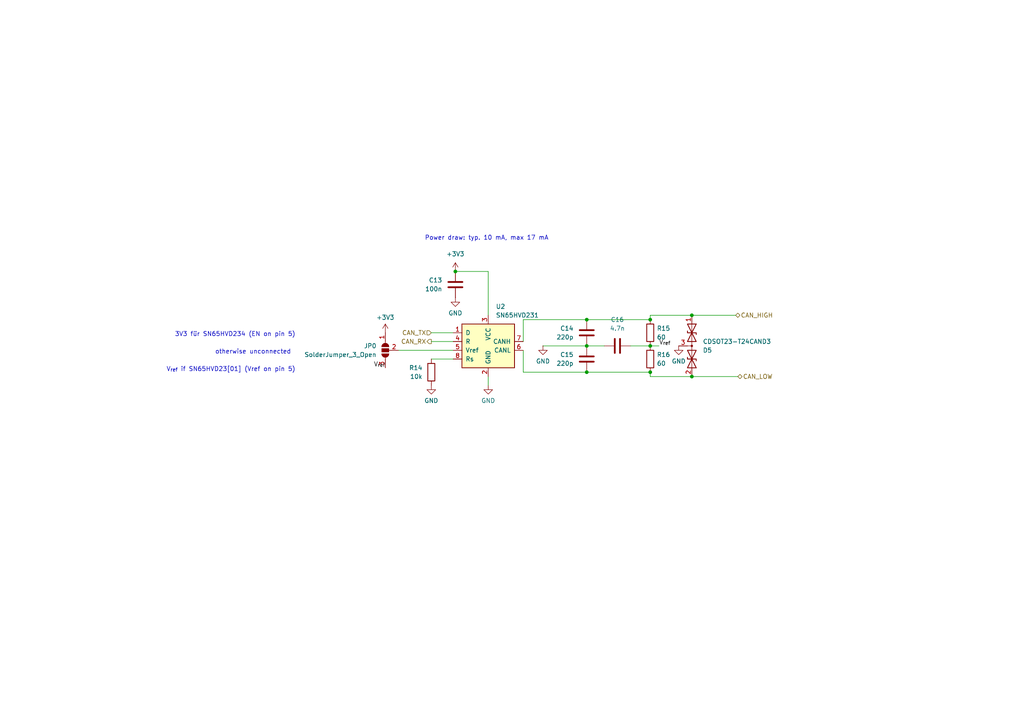
<source format=kicad_sch>
(kicad_sch (version 20231120) (generator "eeschema") (generator_version "8.0")
  (paper "A4")
  (lib_symbols
    (symbol "Device:C" (pin_numbers hide) (pin_names (offset 0.254))
      (property "Reference" "C" (at 0.635 2.54 0))
      (property "Value" "C" (at 0.635 -2.54 0))
      (symbol "C_0_1"
        (polyline (pts (xy -2.032 -0.762) (xy 2.032 -0.762)) (stroke (width 0.508)))
        (polyline (pts (xy -2.032 0.762) (xy 2.032 0.762)) (stroke (width 0.508)))
      )
      (symbol "C_1_1"
        (pin passive line (at 0 3.81 270) (length 2.794) (name "~") (number "1"))
        (pin passive line (at 0 -3.81 90) (length 2.794) (name "~") (number "2"))
      )
    )
    (symbol "Device:D_TVS_Dual_AAC" (pin_names (offset 1.016) hide)
      (property "Reference" "D" (at 0 4.445 0))
      (property "Value" "D_TVS_Dual_AAC" (at 0 2.54 0))
      (symbol "D_TVS_Dual_AAC_0_0"
        (polyline (pts (xy 0 -1.27) (xy 0 0)))
      )
      (symbol "D_TVS_Dual_AAC_0_1"
        (polyline (pts (xy -6.35 0) (xy 6.35 0)))
        (polyline (pts (xy -3.302 1.27) (xy -3.81 1.27) (xy -3.81 -1.27) (xy -4.318 -1.27)) (stroke (width 0.254)))
        (polyline (pts (xy 4.318 1.27) (xy 3.81 1.27) (xy 3.81 -1.27) (xy 3.302 -1.27)) (stroke (width 0.254)))
        (polyline (pts (xy -6.35 1.27) (xy -1.27 -1.27) (xy -1.27 1.27) (xy -6.35 -1.27) (xy -6.35 1.27)) (stroke (width 0.254)))
        (polyline (pts (xy 6.35 1.27) (xy 1.27 -1.27) (xy 1.27 1.27) (xy 6.35 -1.27) (xy 6.35 1.27)) (stroke (width 0.254)))
        (circle (center 0 0) (radius 0.254) (fill (type outline)))
      )
      (symbol "D_TVS_Dual_AAC_1_1"
        (pin passive line (at -8.89 0 0) (length 2.54) (name "A1") (number "1"))
        (pin passive line (at 8.89 0 180) (length 2.54) (name "A2") (number "2"))
        (pin passive line (at 0 -3.81 90) (length 2.54) (name "common") (number "3"))
      )
    )
    (symbol "Device:R" (pin_numbers hide) (pin_names (offset 0))
      (property "Reference" "R" (at 2.032 0 90))
      (property "Value" "R" (at 0 0 90))
      (symbol "R_0_1"
        (rectangle (start -1.016 -2.54) (end 1.016 2.54) (stroke (width 0.254)))
      )
      (symbol "R_1_1"
        (pin passive line (at 0 3.81 270) (length 1.27) (name "~") (number "1"))
        (pin passive line (at 0 -3.81 90) (length 1.27) (name "~") (number "2"))
      )
    )
    (symbol "Interface_CAN_LIN:SN65HVD231" (pin_names (offset 1.016))
      (property "Reference" "U" (at -2.54 10.16 0))
      (property "Value" "SN65HVD231" (at -2.54 7.62 0))
      (symbol "SN65HVD231_0_1"
        (rectangle (start -7.62 5.08) (end 7.62 -7.62) (stroke (width 0.254)) (fill (type background)))
      )
      (symbol "SN65HVD231_1_1"
        (pin input line (at -10.16 2.54 0) (length 2.54) (name "D") (number "1"))
        (pin power_in line (at 0 -10.16 90) (length 2.54) (name "GND") (number "2"))
        (pin power_in line (at 0 7.62 270) (length 2.54) (name "VCC") (number "3"))
        (pin output line (at -10.16 0 0) (length 2.54) (name "R") (number "4"))
        (pin output line (at -10.16 -2.54 0) (length 2.54) (name "Vref") (number "5"))
        (pin bidirectional line (at 10.16 -2.54 180) (length 2.54) (name "CANL") (number "6"))
        (pin bidirectional line (at 10.16 0 180) (length 2.54) (name "CANH") (number "7"))
        (pin input line (at -10.16 -5.08 0) (length 2.54) (name "Rs") (number "8"))
      )
    )
    (symbol "Jumper:SolderJumper_3_Open" (pin_names (offset 0) hide)
      (property "Reference" "JP" (at -2.54 -2.54 0))
      (property "Value" "SolderJumper_3_Open" (at 0 2.794 0))
      (symbol "SolderJumper_3_Open_0_1"
        (arc (start -1.016 1.016) (mid -2.0276 0) (end -1.016 -1.016))
        (arc (start -1.016 1.016) (mid -2.0276 0) (end -1.016 -1.016) (fill (type outline)))
        (rectangle (start -0.508 1.016) (end 0.508 -1.016) (fill (type outline)))
        (polyline (pts (xy -2.54 0) (xy -2.032 0)))
        (polyline (pts (xy -1.016 1.016) (xy -1.016 -1.016)))
        (polyline (pts (xy 0 -1.27) (xy 0 -1.016)))
        (polyline (pts (xy 1.016 1.016) (xy 1.016 -1.016)))
        (polyline (pts (xy 2.54 0) (xy 2.032 0)))
        (arc (start 1.016 -1.016) (mid 2.0276 0) (end 1.016 1.016))
        (arc (start 1.016 -1.016) (mid 2.0276 0) (end 1.016 1.016) (fill (type outline)))
      )
      (symbol "SolderJumper_3_Open_1_1"
        (pin passive line (at -5.08 0 0) (length 2.54) (name "A") (number "1"))
        (pin passive line (at 0 -3.81 90) (length 2.54) (name "C") (number "2"))
        (pin passive line (at 5.08 0 180) (length 2.54) (name "B") (number "3"))
      )
    )
    (symbol "power:+3V3" (power) (pin_numbers hide) (pin_names (offset 0) hide)
      (property "Value" "+3V3" (at 0 3.556 0))
      (symbol "+3V3_0_1"
        (polyline (pts (xy -0.762 1.27) (xy 0 2.54)))
        (polyline (pts (xy 0 0) (xy 0 2.54)))
        (polyline (pts (xy 0 2.54) (xy 0.762 1.27)))
      )
      (symbol "+3V3_1_1"
        (pin power_in line (at 0 0 90) (length 0) (name "~") (number "1"))
      )
    )
    (symbol "power:GND" (power) (pin_numbers hide) (pin_names (offset 0) hide)
      (property "Value" "GND" (at 0 -3.81 0))
      (symbol "GND_0_1"
        (polyline (pts (xy 0 0) (xy 0 -1.27) (xy 1.27 -1.27) (xy 0 -2.54) (xy -1.27 -1.27) (xy 0 -1.27)))
      )
      (symbol "GND_1_1"
        (pin power_in line (at 0 0 270) (length 0) (name "~") (number "1"))
      )
    )
  )
  (junction (at 132.08 78.74))
  (junction (at 170.18 100.33))
  (junction (at 188.595 100.33))
  (junction (at 170.18 92.71))
  (junction (at 200.66 109.22))
  (junction (at 188.595 92.71))
  (junction (at 170.18 107.95))
  (junction (at 200.66 91.44))
  (junction (at 188.595 107.95))
  (wire (pts (xy 213.36 91.44) (xy 200.66 91.44)))
  (wire (pts (xy 125.095 104.14) (xy 131.445 104.14)))
  (wire (pts (xy 141.605 111.76) (xy 141.605 109.22)))
  (wire (pts (xy 200.66 91.44) (xy 188.595 91.44)))
  (wire (pts (xy 151.765 99.06) (xy 151.765 92.71)))
  (wire (pts (xy 170.18 107.95) (xy 188.595 107.95)))
  (wire (pts (xy 151.765 101.6) (xy 151.765 107.95)))
  (wire (pts (xy 188.595 109.22) (xy 188.595 107.95)))
  (wire (pts (xy 125.095 99.06) (xy 131.445 99.06)))
  (wire (pts (xy 141.605 78.74) (xy 141.605 91.44)))
  (wire (pts (xy 125.095 96.52) (xy 131.445 96.52)))
  (wire (pts (xy 191.135 100.33) (xy 188.595 100.33)))
  (wire (pts (xy 213.995 109.22) (xy 200.66 109.22)))
  (wire (pts (xy 200.66 109.22) (xy 188.595 109.22)))
  (wire (pts (xy 151.765 107.95) (xy 170.18 107.95)))
  (wire (pts (xy 151.765 92.71) (xy 170.18 92.71)))
  (wire (pts (xy 170.18 100.33) (xy 157.48 100.33)))
  (wire (pts (xy 131.445 101.6) (xy 115.57 101.6)))
  (wire (pts (xy 175.26 100.33) (xy 170.18 100.33)))
  (wire (pts (xy 188.595 91.44) (xy 188.595 92.71)))
  (wire (pts (xy 141.605 78.74) (xy 132.08 78.74)))
  (wire (pts (xy 188.595 100.33) (xy 182.88 100.33)))
  (wire (pts (xy 188.595 92.71) (xy 170.18 92.71)))
  (text "3V3 für SN65HVD234 (EN on pin 5)" (at 85.725 97.79 0) (effects (font (size 1.27 1.27)) (justify right bottom)))
  (text "Power draw: typ. 10 mA, max 17 mA" (at 123.19 69.85 0) (effects (font (size 1.27 1.27)) (justify left bottom)))
  (text "V_{ref} if SN65HVD23[01] (Vref on pin 5)" (at 85.725 107.95 0) (effects (font (size 1.27 1.27)) (justify right bottom)))
  (text "otherwise unconnected" (at 84.455 102.87 0) (effects (font (size 1.27 1.27)) (justify right bottom)))
  (label "V_{ref}" (at 191.135 100.33 0))
  (label "V_{ref}" (at 111.76 106.68 180))
  (hierarchical_label "CAN_RX" (shape output) (at 125.095 99.06 180))
  (hierarchical_label "CAN_HIGH" (shape bidirectional) (at 213.36 91.44 0))
  (hierarchical_label "CAN_LOW" (shape bidirectional) (at 213.995 109.22 0))
  (hierarchical_label "CAN_TX" (shape input) (at 125.095 96.52 180))
  (symbol (lib_id "power:GND") (at 141.605 111.76 0) (unit 1)
    (property "Reference" "#PWR030" (effects (hide yes)))
    (property "Value" "GND" (at 141.605 116.205 0))
    (property "Description" "Power symbol creates a global label with name \"GND\" , ground" (effects (hide yes)))
  )
  (symbol (lib_id "power:GND") (at 157.48 100.33 0) (unit 1)
    (property "Reference" "#PWR031" (effects (hide yes)))
    (property "Value" "GND" (at 157.48 104.775 0))
    (property "Description" "Power symbol creates a global label with name \"GND\" , ground" (effects (hide yes)))
  )
  (symbol (lib_id "power:GND") (at 132.08 86.36 0) (unit 1)
    (property "Reference" "#PWR029" (effects (hide yes)))
    (property "Value" "GND" (at 132.08 90.805 0))
    (property "Description" "Power symbol creates a global label with name \"GND\" , ground" (effects (hide yes)))
  )
  (symbol (lib_id "Device:C") (at 132.08 82.55 0) (mirror y) (unit 1)
    (property "Reference" "C13" (at 128.27 81.2799 0) (effects (justify left)))
    (property "Value" "100n" (at 128.27 83.8199 0) (effects (justify left)))
    (property "Footprint" "Capacitor_SMD:C_0603_1608Metric" (effects (hide yes)))
    (property "Description" "Unpolarized capacitor" (effects (hide yes)))
    (instances (project "MVBMS" (path "" (reference "C13") (unit 1))) (project "Master_FT22" (path "" (reference "C801") (unit 1))))
  )
  (symbol (lib_id "Interface_CAN_LIN:SN65HVD231") (at 141.605 99.06 0) (unit 1)
    (property "Reference" "U2" (at 143.7991 88.9 0) (effects (justify left)))
    (property "Value" "SN65HVD231" (at 143.7991 91.44 0) (effects (justify left)))
    (property "Footprint" "Package_SO:SOIC-8_3.9x4.9mm_P1.27mm" (effects (hide yes)))
    (property "Datasheet" "http://www.ti.com/lit/ds/symlink/sn65hvd230.pdf" (effects (hide yes)))
    (property "Description" "CAN Bus Transceivers, 3.3V, 1Mbps,Ultra Low-Power capabilities, SOIC-8" (effects (hide yes)))
  )
  (symbol (lib_id "power:GND") (at 196.85 100.33 0) (unit 1)
    (property "Reference" "#PWR032" (effects (hide yes)))
    (property "Value" "GND" (at 196.85 104.775 0))
    (property "Description" "Power symbol creates a global label with name \"GND\" , ground" (effects (hide yes)))
  )
  (symbol (lib_id "Device:R") (at 188.595 96.52 0) (mirror y) (unit 1)
    (property "Reference" "R15" (at 190.5 95.25 0) (effects (justify right)))
    (property "Value" "60" (at 190.5 97.79 0) (effects (justify right)))
    (property "Footprint" "Resistor_SMD:R_0603_1608Metric" (effects (hide yes)))
    (property "Description" "Resistor" (effects (hide yes)))
  )
  (symbol (lib_id "Device:R") (at 188.595 104.14 0) (mirror y) (unit 1)
    (property "Reference" "R16" (at 190.5 102.87 0) (effects (justify right)))
    (property "Value" "60" (at 190.5 105.41 0) (effects (justify right)))
    (property "Footprint" "Resistor_SMD:R_0603_1608Metric" (effects (hide yes)))
    (property "Description" "Resistor" (effects (hide yes)))
  )
  (symbol (lib_id "power:+3V3") (at 132.08 78.74 0) (unit 1)
    (property "Reference" "#PWR028" (effects (hide yes)))
    (property "Value" "+3V3" (at 132.08 73.66 0))
    (property "Description" "Power symbol creates a global label with name \"+3V3\"" (effects (hide yes)))
  )
  (symbol (lib_id "Device:D_TVS_Dual_AAC") (at 200.66 100.33 270) (unit 1)
    (property "Reference" "D5" (at 203.835 101.6 90) (effects (justify left)))
    (property "Value" "CDSOT23-T24CAND3" (at 203.835 99.06 90) (effects (justify left)))
    (property "Footprint" "Package_TO_SOT_SMD:SOT-23-3" (effects (hide yes)))
    (property "Description" "Bidirectional dual transient-voltage-suppression diode, center on pin 3" (effects (hide yes)))
    (instances (project "MVBMS" (path "" (reference "D5") (unit 1))) (project "Master_FT24" (path "" (reference "D801") (unit 1))))
  )
  (symbol (lib_id "power:+3V3") (at 111.76 96.52 0) (mirror y) (unit 1)
    (property "Reference" "#PWR026" (effects (hide yes)))
    (property "Value" "+3V3" (at 111.76 92.075 0))
    (property "Description" "Power symbol creates a global label with name \"+3V3\"" (effects (hide yes)))
  )
  (symbol (lib_id "Device:C") (at 170.18 96.52 0) (mirror y) (unit 1)
    (property "Reference" "C14" (at 166.37 95.25 0) (effects (justify left)))
    (property "Value" "220p" (at 166.37 97.79 0) (effects (justify left)))
    (property "Footprint" "Capacitor_SMD:C_0603_1608Metric" (effects (hide yes)))
    (property "Description" "Unpolarized capacitor" (effects (hide yes)))
    (instances (project "MVBMS" (path "" (reference "C14") (unit 1))) (project "Master_FT22" (path "" (reference "C801") (unit 1))))
  )
  (symbol (lib_id "Device:C") (at 170.18 104.14 0) (mirror y) (unit 1)
    (property "Reference" "C15" (at 166.37 102.87 0) (effects (justify left)))
    (property "Value" "220p" (at 166.37 105.41 0) (effects (justify left)))
    (property "Footprint" "Capacitor_SMD:C_0603_1608Metric" (effects (hide yes)))
    (property "Description" "Unpolarized capacitor" (effects (hide yes)))
    (instances (project "MVBMS" (path "" (reference "C15") (unit 1))) (project "Master_FT22" (path "" (reference "C801") (unit 1))))
  )
  (symbol (lib_id "Device:R") (at 125.095 107.95 0) (mirror y) (unit 1)
    (property "Reference" "R14" (at 122.555 106.68 0) (effects (justify left)))
    (property "Value" "10k" (at 122.555 109.22 0) (effects (justify left)))
    (property "Footprint" "Resistor_SMD:R_0603_1608Metric" (effects (hide yes)))
    (property "Description" "Resistor" (effects (hide yes)))
  )
  (symbol (lib_id "power:GND") (at 125.095 111.76 0) (unit 1)
    (property "Reference" "#PWR027" (effects (hide yes)))
    (property "Value" "GND" (at 125.095 116.205 0))
    (property "Description" "Power symbol creates a global label with name \"GND\" , ground" (effects (hide yes)))
  )
  (symbol (lib_id "Jumper:SolderJumper_3_Open") (at 111.76 101.6 90) (mirror x) (unit 1)
    (property "Reference" "JP0" (at 109.22 100.33 90) (effects (justify left)))
    (property "Value" "SolderJumper_3_Open" (at 109.22 102.87 90) (effects (justify left)))
    (property "Footprint" "Jumper:SolderJumper-3_P1.3mm_Open_RoundedPad1.0x1.5mm_NumberLabels" (effects (hide yes)))
    (property "Description" "Solder Jumper, 3-pole, open" (effects (hide yes)))
  )
  (symbol (lib_id "Device:C") (at 179.07 100.33 270) (mirror x) (unit 1)
    (property "Reference" "C16" (at 179.07 92.71 90))
    (property "Value" "4.7n" (at 179.07 95.25 90))
    (property "Footprint" "Capacitor_SMD:C_0603_1608Metric" (effects (hide yes)))
    (property "Description" "Unpolarized capacitor" (effects (hide yes)))
    (instances (project "MVBMS" (path "" (reference "C16") (unit 1))) (project "Master_FT22" (path "" (reference "C801") (unit 1))))
  )
)
</source>
